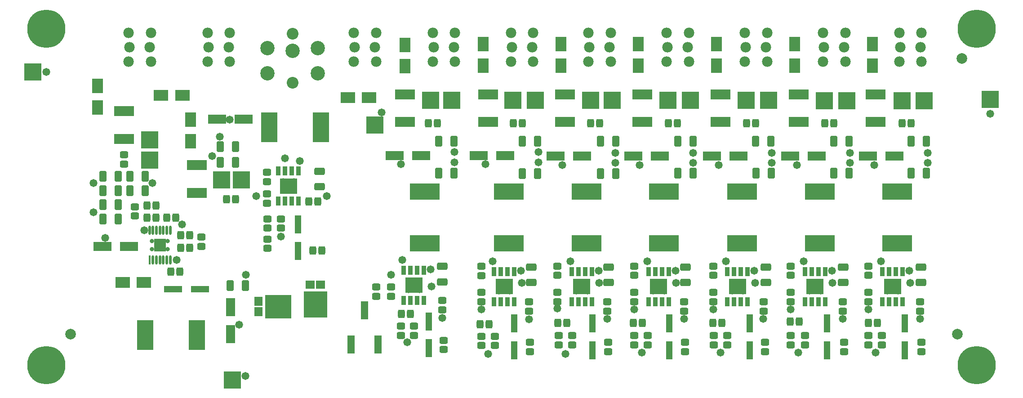
<source format=gts>
G04 Layer_Color=8388736*
%FSLAX44Y44*%
%MOMM*%
G71*
G01*
G75*
%ADD51R,2.3100X2.4600*%
G04:AMPARAMS|DCode=52|XSize=1.6002mm|YSize=1.2954mm|CornerRadius=0.3037mm|HoleSize=0mm|Usage=FLASHONLY|Rotation=0.000|XOffset=0mm|YOffset=0mm|HoleType=Round|Shape=RoundedRectangle|*
%AMROUNDEDRECTD52*
21,1,1.6002,0.6881,0,0,0.0*
21,1,0.9929,1.2954,0,0,0.0*
1,1,0.6073,0.4964,-0.3440*
1,1,0.6073,-0.4964,-0.3440*
1,1,0.6073,-0.4964,0.3440*
1,1,0.6073,0.4964,0.3440*
%
%ADD52ROUNDEDRECTD52*%
%ADD53R,2.1032X2.7032*%
%ADD54R,3.7032X1.9832*%
%ADD55R,3.2032X3.2032*%
%ADD56R,3.2032X3.2032*%
G04:AMPARAMS|DCode=57|XSize=1.6002mm|YSize=1.2954mm|CornerRadius=0.3037mm|HoleSize=0mm|Usage=FLASHONLY|Rotation=270.000|XOffset=0mm|YOffset=0mm|HoleType=Round|Shape=RoundedRectangle|*
%AMROUNDEDRECTD57*
21,1,1.6002,0.6881,0,0,270.0*
21,1,0.9929,1.2954,0,0,270.0*
1,1,0.6073,-0.3440,-0.4964*
1,1,0.6073,-0.3440,0.4964*
1,1,0.6073,0.3440,0.4964*
1,1,0.6073,0.3440,-0.4964*
%
%ADD57ROUNDEDRECTD57*%
%ADD58R,3.2032X2.9032*%
%ADD59R,0.9632X1.7032*%
%ADD60R,3.4032X1.8032*%
%ADD61R,1.8032X3.4032*%
%ADD62R,5.6032X3.1032*%
%ADD63R,3.1032X5.6032*%
%ADD64R,1.2032X3.3532*%
%ADD65R,3.3532X1.2032*%
%ADD66R,2.7032X2.1032*%
G04:AMPARAMS|DCode=67|XSize=2.0066mm|YSize=1.397mm|CornerRadius=0.3045mm|HoleSize=0mm|Usage=FLASHONLY|Rotation=90.000|XOffset=0mm|YOffset=0mm|HoleType=Round|Shape=RoundedRectangle|*
%AMROUNDEDRECTD67*
21,1,2.0066,0.7879,0,0,90.0*
21,1,1.3975,1.3970,0,0,90.0*
1,1,0.6091,0.3940,0.6987*
1,1,0.6091,0.3940,-0.6987*
1,1,0.6091,-0.3940,-0.6987*
1,1,0.6091,-0.3940,0.6987*
%
%ADD67ROUNDEDRECTD67*%
G04:AMPARAMS|DCode=68|XSize=2.0066mm|YSize=1.397mm|CornerRadius=0.3045mm|HoleSize=0mm|Usage=FLASHONLY|Rotation=0.000|XOffset=0mm|YOffset=0mm|HoleType=Round|Shape=RoundedRectangle|*
%AMROUNDEDRECTD68*
21,1,2.0066,0.7879,0,0,0.0*
21,1,1.3975,1.3970,0,0,0.0*
1,1,0.6091,0.6987,-0.3940*
1,1,0.6091,-0.6987,-0.3940*
1,1,0.6091,-0.6987,0.3940*
1,1,0.6091,0.6987,0.3940*
%
%ADD68ROUNDEDRECTD68*%
%ADD69R,0.4532X1.7532*%
%ADD70O,0.4532X1.7532*%
%ADD71R,5.0032X4.5032*%
%ADD72R,1.5032X1.8032*%
%ADD73R,4.5032X5.0032*%
%ADD74R,1.8032X1.5032*%
%ADD75R,1.3932X3.5032*%
%ADD76C,1.9832*%
%ADD77C,7.2032*%
%ADD78C,2.0000*%
%ADD79C,2.2032*%
%ADD80C,2.7032*%
%ADD81C,1.4732*%
%ADD82C,0.8032*%
D51*
X345890Y838260D02*
D03*
D52*
X1680210Y731901D02*
D03*
Y748919D02*
D03*
X1778000Y731139D02*
D03*
Y714121D02*
D03*
X1780540Y654939D02*
D03*
Y637921D02*
D03*
X800100Y685419D02*
D03*
Y668401D02*
D03*
X781050Y759079D02*
D03*
Y742061D02*
D03*
X753110D02*
D03*
Y759079D02*
D03*
X880110Y658749D02*
D03*
Y641731D02*
D03*
X547370Y917321D02*
D03*
Y934339D02*
D03*
X548640Y832231D02*
D03*
Y849249D02*
D03*
X547370Y957961D02*
D03*
Y974979D02*
D03*
X1094740Y731901D02*
D03*
Y748919D02*
D03*
X1097280Y650621D02*
D03*
Y667639D02*
D03*
X1094740Y781431D02*
D03*
Y798449D02*
D03*
X1189990Y637921D02*
D03*
Y654939D02*
D03*
X951230Y731901D02*
D03*
Y748919D02*
D03*
Y649351D02*
D03*
Y666369D02*
D03*
Y781050D02*
D03*
Y798068D02*
D03*
X1042670Y637921D02*
D03*
Y654939D02*
D03*
X1680210Y650621D02*
D03*
Y667639D02*
D03*
Y781431D02*
D03*
Y798449D02*
D03*
X1534160Y731901D02*
D03*
Y748919D02*
D03*
Y650621D02*
D03*
Y667639D02*
D03*
Y781431D02*
D03*
Y798449D02*
D03*
X1634490Y654939D02*
D03*
Y637921D02*
D03*
X1388110Y731901D02*
D03*
Y748919D02*
D03*
X1389380Y650621D02*
D03*
Y667639D02*
D03*
X1388110Y781431D02*
D03*
Y798449D02*
D03*
X1485900Y654939D02*
D03*
Y637921D02*
D03*
X1239520Y731901D02*
D03*
Y748919D02*
D03*
Y650621D02*
D03*
Y667639D02*
D03*
Y781431D02*
D03*
Y798449D02*
D03*
X1334770Y654939D02*
D03*
Y637921D02*
D03*
X298450Y910209D02*
D03*
Y893191D02*
D03*
X278130Y1007999D02*
D03*
Y990981D02*
D03*
X824230Y685419D02*
D03*
Y668401D02*
D03*
X877570Y733679D02*
D03*
Y716661D02*
D03*
X574040Y887349D02*
D03*
Y870331D02*
D03*
X548640Y887349D02*
D03*
Y870331D02*
D03*
X1122680Y667639D02*
D03*
Y650621D02*
D03*
X1188720Y731139D02*
D03*
Y714121D02*
D03*
X976630Y666369D02*
D03*
Y649351D02*
D03*
X1041400Y731139D02*
D03*
Y714121D02*
D03*
X1705610Y667639D02*
D03*
Y650621D02*
D03*
X1560830Y667639D02*
D03*
Y650621D02*
D03*
X1631950Y731139D02*
D03*
Y714121D02*
D03*
X1414780Y667639D02*
D03*
Y650621D02*
D03*
X1483360Y731139D02*
D03*
Y714121D02*
D03*
X1264920Y667639D02*
D03*
Y650621D02*
D03*
X1333500Y731139D02*
D03*
Y714121D02*
D03*
X424180Y836041D02*
D03*
Y853059D02*
D03*
D53*
X1394460Y1176340D02*
D03*
Y1216340D02*
D03*
X1541780Y1176340D02*
D03*
Y1216340D02*
D03*
X1687830Y1176340D02*
D03*
Y1216340D02*
D03*
X807720Y1175070D02*
D03*
Y1215070D02*
D03*
X403860Y1034100D02*
D03*
Y1074100D02*
D03*
X1101090Y1176340D02*
D03*
Y1216340D02*
D03*
X955040Y1176340D02*
D03*
Y1216340D02*
D03*
X1247140Y1176340D02*
D03*
Y1216340D02*
D03*
X228600Y1097600D02*
D03*
Y1137600D02*
D03*
D54*
X1694180Y1069860D02*
D03*
Y1122160D02*
D03*
X807720Y1069860D02*
D03*
Y1122160D02*
D03*
X415290Y936510D02*
D03*
Y988810D02*
D03*
X1108710Y1069860D02*
D03*
Y1122160D02*
D03*
X963930Y1069860D02*
D03*
Y1122160D02*
D03*
X1549400Y1069860D02*
D03*
Y1122160D02*
D03*
X1402080Y1069860D02*
D03*
Y1122160D02*
D03*
X1254760Y1069860D02*
D03*
Y1122160D02*
D03*
X278130Y1038110D02*
D03*
Y1090410D02*
D03*
D55*
X1785620Y1109980D02*
D03*
X895350Y1111250D02*
D03*
X1639570Y1109980D02*
D03*
X1450340Y1111250D02*
D03*
X1492250D02*
D03*
X1303020D02*
D03*
X1344930D02*
D03*
X482600Y584200D02*
D03*
X326390Y1036320D02*
D03*
Y998220D02*
D03*
X1910080Y1112520D02*
D03*
D56*
X1744091Y1109599D02*
D03*
X855980Y1111250D02*
D03*
X462280Y961390D02*
D03*
X499110D02*
D03*
X750570Y1064260D02*
D03*
X1156970Y1111250D02*
D03*
X1197610D02*
D03*
X1010920D02*
D03*
X1052830D02*
D03*
X106680Y1164590D02*
D03*
X1597660Y1109980D02*
D03*
D57*
X1550289Y694690D02*
D03*
X1533271D02*
D03*
X851281Y1068070D02*
D03*
X868299D02*
D03*
X471551Y924560D02*
D03*
X488569D02*
D03*
X651129Y828040D02*
D03*
X634111D02*
D03*
X1157351Y1068070D02*
D03*
X1174369D02*
D03*
X1011301D02*
D03*
X1028319D02*
D03*
X1744091D02*
D03*
X1761109D02*
D03*
X1598041D02*
D03*
X1615059D02*
D03*
X1450721D02*
D03*
X1467739D02*
D03*
X1303401D02*
D03*
X1320419D02*
D03*
X321691Y890270D02*
D03*
X338709D02*
D03*
X402209Y833120D02*
D03*
X385191D02*
D03*
X375539Y890270D02*
D03*
X358521D02*
D03*
X338709Y913130D02*
D03*
X321691D02*
D03*
X817499Y708660D02*
D03*
X800481D02*
D03*
X626491Y920750D02*
D03*
X643509D02*
D03*
X1112139Y692150D02*
D03*
X1095121D02*
D03*
X966089Y689610D02*
D03*
X949071D02*
D03*
X1697609Y692150D02*
D03*
X1680591D02*
D03*
X1404239D02*
D03*
X1387221D02*
D03*
X1254379D02*
D03*
X1237361D02*
D03*
X385191Y857250D02*
D03*
X402209D02*
D03*
X366141Y788670D02*
D03*
X383159D02*
D03*
D58*
X824230Y762710D02*
D03*
X588010Y949400D02*
D03*
X1140460Y760170D02*
D03*
X994410D02*
D03*
X1725930D02*
D03*
X1579880D02*
D03*
X1433830D02*
D03*
X1285240D02*
D03*
D59*
X805180Y734210D02*
D03*
X817880D02*
D03*
X830580D02*
D03*
X843280D02*
D03*
X805180Y791210D02*
D03*
X817880D02*
D03*
X830580D02*
D03*
X843280D02*
D03*
X607060Y977900D02*
D03*
X594360D02*
D03*
X581660D02*
D03*
X568960D02*
D03*
X607060Y920900D02*
D03*
X594360D02*
D03*
X581660D02*
D03*
X568960D02*
D03*
X1121410Y731670D02*
D03*
X1134110D02*
D03*
X1146810D02*
D03*
X1159510D02*
D03*
X1121410Y788670D02*
D03*
X1134110D02*
D03*
X1146810D02*
D03*
X1159510D02*
D03*
X1013460D02*
D03*
X1000760D02*
D03*
X988060D02*
D03*
X975360D02*
D03*
X1013460Y731670D02*
D03*
X1000760D02*
D03*
X988060D02*
D03*
X975360D02*
D03*
X1706880D02*
D03*
X1719580D02*
D03*
X1732280D02*
D03*
X1744980D02*
D03*
X1706880Y788670D02*
D03*
X1719580D02*
D03*
X1732280D02*
D03*
X1744980D02*
D03*
X1598930D02*
D03*
X1586230D02*
D03*
X1573530D02*
D03*
X1560830D02*
D03*
X1598930Y731670D02*
D03*
X1586230D02*
D03*
X1573530D02*
D03*
X1560830D02*
D03*
X1414780D02*
D03*
X1427480D02*
D03*
X1440180D02*
D03*
X1452880D02*
D03*
X1414780Y788670D02*
D03*
X1427480D02*
D03*
X1440180D02*
D03*
X1452880D02*
D03*
X1304290D02*
D03*
X1291590D02*
D03*
X1278890D02*
D03*
X1266190D02*
D03*
X1304290Y731670D02*
D03*
X1291590D02*
D03*
X1278890D02*
D03*
X1266190D02*
D03*
D60*
X787800Y1007110D02*
D03*
X837800D02*
D03*
X453790Y1075690D02*
D03*
X503790D02*
D03*
X1091330Y1005840D02*
D03*
X1141330D02*
D03*
X946550Y1007110D02*
D03*
X996550D02*
D03*
X1679340Y1005840D02*
D03*
X1729340D02*
D03*
X1533290D02*
D03*
X1583290D02*
D03*
X1385970D02*
D03*
X1435970D02*
D03*
X1237380D02*
D03*
X1287380D02*
D03*
X237890Y835660D02*
D03*
X287890D02*
D03*
D61*
X478790Y670960D02*
D03*
Y720960D02*
D03*
D62*
X844550Y938770D02*
D03*
Y841770D02*
D03*
X1149350Y938770D02*
D03*
Y841770D02*
D03*
X1003300Y938770D02*
D03*
Y841770D02*
D03*
X1734820Y938770D02*
D03*
Y841770D02*
D03*
X1588770Y938770D02*
D03*
Y841770D02*
D03*
X1442720Y938770D02*
D03*
Y841770D02*
D03*
X1295400Y938770D02*
D03*
Y841770D02*
D03*
D63*
X552210Y1060450D02*
D03*
X649210D02*
D03*
X318530Y669290D02*
D03*
X415530D02*
D03*
D64*
X852170Y644040D02*
D03*
Y694540D02*
D03*
X605790Y826920D02*
D03*
Y877420D02*
D03*
X1160780Y640230D02*
D03*
Y690730D02*
D03*
X1013460Y640230D02*
D03*
Y690730D02*
D03*
X1748790Y640230D02*
D03*
Y690730D02*
D03*
X1602740Y640230D02*
D03*
Y690730D02*
D03*
X1456690Y640230D02*
D03*
Y690730D02*
D03*
X1305560Y640230D02*
D03*
Y690730D02*
D03*
D65*
X421490Y755650D02*
D03*
X370990D02*
D03*
D66*
X700090Y1116330D02*
D03*
X740090D02*
D03*
X348300Y1120140D02*
D03*
X388300D02*
D03*
X315910Y768350D02*
D03*
X275910D02*
D03*
D67*
X899668Y974090D02*
D03*
X870712D02*
D03*
X899668Y1033780D02*
D03*
X870712D02*
D03*
X459232Y994410D02*
D03*
X488188D02*
D03*
X459232Y1023620D02*
D03*
X488188D02*
D03*
X1204468Y1033780D02*
D03*
X1175512D02*
D03*
X1204468Y972820D02*
D03*
X1175512D02*
D03*
X1057148D02*
D03*
X1028192D02*
D03*
X1057148Y1033780D02*
D03*
X1028192D02*
D03*
X1789938D02*
D03*
X1760982D02*
D03*
X1789938Y974090D02*
D03*
X1760982D02*
D03*
X1643888D02*
D03*
X1614932D02*
D03*
X1643888Y1033780D02*
D03*
X1614932D02*
D03*
X1496568D02*
D03*
X1467612D02*
D03*
X1497838Y974090D02*
D03*
X1468882D02*
D03*
X1350518D02*
D03*
X1321562D02*
D03*
X1350518Y1033780D02*
D03*
X1321562D02*
D03*
X507238Y762000D02*
D03*
X478282D02*
D03*
X318008Y967740D02*
D03*
X289052D02*
D03*
X318008Y941070D02*
D03*
X289052D02*
D03*
X238252Y967740D02*
D03*
X267208D02*
D03*
X238252Y941070D02*
D03*
X267208D02*
D03*
X238252Y914400D02*
D03*
X267208D02*
D03*
X238252Y887730D02*
D03*
X267208D02*
D03*
D68*
X877570Y769112D02*
D03*
Y798068D02*
D03*
X646430Y948182D02*
D03*
Y977138D02*
D03*
X1191260Y767842D02*
D03*
Y796798D02*
D03*
X1045210Y767842D02*
D03*
Y796798D02*
D03*
X1779270Y767842D02*
D03*
Y796798D02*
D03*
X1633220Y767842D02*
D03*
Y796798D02*
D03*
X1487170Y767842D02*
D03*
Y796798D02*
D03*
X1336040Y767842D02*
D03*
Y796798D02*
D03*
D69*
X326390Y810260D02*
D03*
D70*
X332890D02*
D03*
X339390D02*
D03*
X345890D02*
D03*
X352390D02*
D03*
X358890D02*
D03*
X365390D02*
D03*
X326390Y866260D02*
D03*
X332890D02*
D03*
X339390D02*
D03*
X345890D02*
D03*
X352390D02*
D03*
X358890D02*
D03*
X365390D02*
D03*
D71*
X568960Y722630D02*
D03*
D72*
X531460Y712630D02*
D03*
Y732630D02*
D03*
D73*
X638810Y726440D02*
D03*
D74*
X628810Y763940D02*
D03*
X648810D02*
D03*
D75*
X706120Y651260D02*
D03*
X756920D02*
D03*
X731520Y715260D02*
D03*
D76*
X327020Y1210750D02*
D03*
X288970D02*
D03*
X287020Y1183250D02*
D03*
X329020D02*
D03*
Y1238250D02*
D03*
X287020D02*
D03*
X751200Y1210750D02*
D03*
X713150D02*
D03*
X711200Y1183250D02*
D03*
X753200D02*
D03*
Y1238250D02*
D03*
X711200D02*
D03*
X899790Y1210750D02*
D03*
X861740D02*
D03*
X859790Y1183250D02*
D03*
X901790D02*
D03*
Y1238250D02*
D03*
X859790D02*
D03*
X1778630Y1210750D02*
D03*
X1740580D02*
D03*
X1738630Y1183250D02*
D03*
X1780630D02*
D03*
Y1238250D02*
D03*
X1738630D02*
D03*
X1635120Y1210750D02*
D03*
X1597070D02*
D03*
X1595120Y1183250D02*
D03*
X1637120D02*
D03*
Y1238250D02*
D03*
X1595120D02*
D03*
X1487800Y1210750D02*
D03*
X1449750D02*
D03*
X1447800Y1183250D02*
D03*
X1489800D02*
D03*
Y1238250D02*
D03*
X1447800D02*
D03*
X1340480Y1210750D02*
D03*
X1302430D02*
D03*
X1300480Y1183250D02*
D03*
X1342480D02*
D03*
Y1238250D02*
D03*
X1300480D02*
D03*
X475610Y1210750D02*
D03*
X437560D02*
D03*
X435610Y1183250D02*
D03*
X477610D02*
D03*
Y1238250D02*
D03*
X435610D02*
D03*
X1193160Y1210750D02*
D03*
X1155110D02*
D03*
X1153160Y1183250D02*
D03*
X1195160D02*
D03*
Y1238250D02*
D03*
X1153160D02*
D03*
X1047110Y1210750D02*
D03*
X1009060D02*
D03*
X1007110Y1183250D02*
D03*
X1049110D02*
D03*
Y1238250D02*
D03*
X1007110D02*
D03*
D77*
X1884680Y612140D02*
D03*
X132080D02*
D03*
X1884680Y1245870D02*
D03*
X132080D02*
D03*
D78*
X177800Y670560D02*
D03*
X1847850D02*
D03*
X1856740Y1189990D02*
D03*
D79*
X595630Y1236150D02*
D03*
Y1143650D02*
D03*
D80*
Y1203650D02*
D03*
X643130Y1208650D02*
D03*
Y1161650D02*
D03*
X548130Y1208650D02*
D03*
Y1161650D02*
D03*
D81*
X1791970Y1012190D02*
D03*
Y993140D02*
D03*
X1691640Y989330D02*
D03*
X1645920Y1012190D02*
D03*
Y993140D02*
D03*
X1545590Y989330D02*
D03*
X1498600Y1012190D02*
D03*
Y993140D02*
D03*
X1398270Y989330D02*
D03*
X1350010Y1012190D02*
D03*
Y993140D02*
D03*
X1249680Y989330D02*
D03*
X1203960Y1012190D02*
D03*
Y993140D02*
D03*
X1103630Y989330D02*
D03*
X1059180Y1013460D02*
D03*
Y994410D02*
D03*
X958850Y990600D02*
D03*
X781050Y782320D02*
D03*
X1631950Y699770D02*
D03*
X1778000D02*
D03*
X1758950Y767080D02*
D03*
X1680210Y717550D02*
D03*
X1694180Y636270D02*
D03*
X1612900Y767080D02*
D03*
X1534160Y717550D02*
D03*
X1548130Y636270D02*
D03*
X1466850Y767080D02*
D03*
X1388110Y717550D02*
D03*
X1482090Y699770D02*
D03*
X1402080Y636270D02*
D03*
X1188720Y699770D02*
D03*
X1094740Y718820D02*
D03*
X1253490Y636270D02*
D03*
X1333500Y699770D02*
D03*
X1239520Y717550D02*
D03*
X1318260Y767080D02*
D03*
X1173480D02*
D03*
X1109980Y633730D02*
D03*
X1041400Y698500D02*
D03*
X963930Y633730D02*
D03*
X1027430Y767080D02*
D03*
X951230Y717550D02*
D03*
X811530Y655320D02*
D03*
X877570Y701040D02*
D03*
X857250Y760730D02*
D03*
X800100Y990600D02*
D03*
X900430Y994410D02*
D03*
Y1013460D02*
D03*
X763270Y1088390D02*
D03*
X1910080Y1085850D02*
D03*
X506730Y591820D02*
D03*
X132080Y1164590D02*
D03*
X477520Y1074420D02*
D03*
X444500Y1005840D02*
D03*
X458470Y1042670D02*
D03*
X660400Y930910D02*
D03*
X527050D02*
D03*
X574040Y854710D02*
D03*
X508000Y782320D02*
D03*
X495300Y688340D02*
D03*
X242570Y852170D02*
D03*
X220980Y900430D02*
D03*
Y955040D02*
D03*
X331470D02*
D03*
X377190Y810260D02*
D03*
X387350Y877570D02*
D03*
X316230Y866140D02*
D03*
X1704340Y807720D02*
D03*
X1757680Y789940D02*
D03*
X1558290Y807720D02*
D03*
X1611630Y789940D02*
D03*
X1412240Y807720D02*
D03*
X1465580Y789940D02*
D03*
X1263650Y807720D02*
D03*
X1316990Y789940D02*
D03*
X1118870Y807720D02*
D03*
X1172210Y789940D02*
D03*
X972820Y807720D02*
D03*
X1026160Y789940D02*
D03*
X855980Y792480D02*
D03*
X802640Y810260D02*
D03*
X609600Y996950D02*
D03*
X581660Y1002030D02*
D03*
D82*
X824230Y762710D02*
D03*
X834780Y773210D02*
D03*
Y752210D02*
D03*
X814030D02*
D03*
Y773210D02*
D03*
X577810Y959900D02*
D03*
Y938900D02*
D03*
X598560D02*
D03*
Y959900D02*
D03*
X588010Y949400D02*
D03*
X1140460Y760170D02*
D03*
X1151010Y770670D02*
D03*
Y749670D02*
D03*
X1130260D02*
D03*
Y770670D02*
D03*
X984210D02*
D03*
Y749670D02*
D03*
X1004960D02*
D03*
Y770670D02*
D03*
X994410Y760170D02*
D03*
X1725930D02*
D03*
X1736480Y770670D02*
D03*
Y749670D02*
D03*
X1715730D02*
D03*
Y770670D02*
D03*
X1569680D02*
D03*
Y749670D02*
D03*
X1590430D02*
D03*
Y770670D02*
D03*
X1579880Y760170D02*
D03*
X1433830D02*
D03*
X1444380Y770670D02*
D03*
Y749670D02*
D03*
X1423630D02*
D03*
Y770670D02*
D03*
X1275040D02*
D03*
Y749670D02*
D03*
X1295790D02*
D03*
Y770670D02*
D03*
X1285240Y760170D02*
D03*
X345890Y845760D02*
D03*
Y830760D02*
D03*
X330890Y845760D02*
D03*
Y830760D02*
D03*
X360890Y845760D02*
D03*
Y830760D02*
D03*
M02*

</source>
